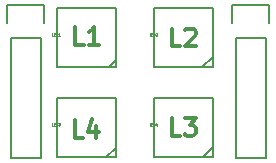
<source format=gbr>
G04 #@! TF.FileFunction,Legend,Top*
%FSLAX46Y46*%
G04 Gerber Fmt 4.6, Leading zero omitted, Abs format (unit mm)*
G04 Created by KiCad (PCBNEW (2015-08-28 BZR 6132, Git 156d5f5)-product) date 9/27/2015 8:45:32 PM*
%MOMM*%
G01*
G04 APERTURE LIST*
%ADD10C,0.100000*%
%ADD11C,0.300000*%
%ADD12C,0.200000*%
%ADD13C,0.150000*%
%ADD14C,0.040640*%
G04 APERTURE END LIST*
D10*
D11*
X143270161Y-112560491D02*
X142555875Y-112560491D01*
X142555875Y-111060491D01*
X144413018Y-111560491D02*
X144413018Y-112560491D01*
X144055875Y-110989063D02*
X143698732Y-112060491D01*
X144627304Y-112060491D01*
X151520081Y-112418251D02*
X150805795Y-112418251D01*
X150805795Y-110918251D01*
X151877224Y-110918251D02*
X152805795Y-110918251D01*
X152305795Y-111489680D01*
X152520081Y-111489680D01*
X152662938Y-111561109D01*
X152734367Y-111632537D01*
X152805795Y-111775394D01*
X152805795Y-112132537D01*
X152734367Y-112275394D01*
X152662938Y-112346823D01*
X152520081Y-112418251D01*
X152091509Y-112418251D01*
X151948652Y-112346823D01*
X151877224Y-112275394D01*
X151520081Y-104818571D02*
X150805795Y-104818571D01*
X150805795Y-103318571D01*
X151948652Y-103461429D02*
X152020081Y-103390000D01*
X152162938Y-103318571D01*
X152520081Y-103318571D01*
X152662938Y-103390000D01*
X152734367Y-103461429D01*
X152805795Y-103604286D01*
X152805795Y-103747143D01*
X152734367Y-103961429D01*
X151877224Y-104818571D01*
X152805795Y-104818571D01*
X143331121Y-104696651D02*
X142616835Y-104696651D01*
X142616835Y-103196651D01*
X144616835Y-104696651D02*
X143759692Y-104696651D01*
X144188264Y-104696651D02*
X144188264Y-103196651D01*
X144045407Y-103410937D01*
X143902549Y-103553794D01*
X143759692Y-103625223D01*
D12*
X154274520Y-113370360D02*
X153436320Y-114208560D01*
X146042380Y-113436400D02*
X145260060Y-114218720D01*
X146042380Y-106004360D02*
X145455640Y-106591100D01*
X153390600Y-106591100D02*
X154284680Y-105697020D01*
D13*
X146043020Y-101604440D02*
X141043020Y-101604440D01*
X141043020Y-101604440D02*
X141043020Y-106604440D01*
X141043020Y-106604440D02*
X146043020Y-106604440D01*
X146043020Y-106604440D02*
X146043020Y-101604440D01*
X154298020Y-101604440D02*
X149298020Y-101604440D01*
X149298020Y-101604440D02*
X149298020Y-106604440D01*
X149298020Y-106604440D02*
X154298020Y-106604440D01*
X154298020Y-106604440D02*
X154298020Y-101604440D01*
X146043020Y-109224440D02*
X141043020Y-109224440D01*
X141043020Y-109224440D02*
X141043020Y-114224440D01*
X141043020Y-114224440D02*
X146043020Y-114224440D01*
X146043020Y-114224440D02*
X146043020Y-109224440D01*
X154298020Y-109224440D02*
X149298020Y-109224440D01*
X149298020Y-109224440D02*
X149298020Y-114224440D01*
X149298020Y-114224440D02*
X154298020Y-114224440D01*
X154298020Y-114224440D02*
X154298020Y-109224440D01*
X136880000Y-102870000D02*
X136880000Y-101320000D01*
X136880000Y-101320000D02*
X139980000Y-101320000D01*
X139980000Y-101320000D02*
X139980000Y-102870000D01*
X139700000Y-104140000D02*
X139700000Y-114300000D01*
X139700000Y-114300000D02*
X137160000Y-114300000D01*
X137160000Y-114300000D02*
X137160000Y-104140000D01*
X139700000Y-104140000D02*
X137160000Y-104140000D01*
X155930000Y-102870000D02*
X155930000Y-101320000D01*
X155930000Y-101320000D02*
X159030000Y-101320000D01*
X159030000Y-101320000D02*
X159030000Y-102870000D01*
X158750000Y-104140000D02*
X158750000Y-114300000D01*
X158750000Y-114300000D02*
X156210000Y-114300000D01*
X156210000Y-114300000D02*
X156210000Y-104140000D01*
X158750000Y-104140000D02*
X156210000Y-104140000D01*
D14*
X140745452Y-103913275D02*
X140649899Y-103913275D01*
X140649899Y-103712615D01*
X140812338Y-103808167D02*
X140879225Y-103808167D01*
X140907891Y-103913275D02*
X140812338Y-103913275D01*
X140812338Y-103712615D01*
X140907891Y-103712615D01*
X140993888Y-103913275D02*
X140993888Y-103712615D01*
X141041664Y-103712615D01*
X141070330Y-103722170D01*
X141089441Y-103741280D01*
X141098996Y-103760391D01*
X141108551Y-103798612D01*
X141108551Y-103827278D01*
X141098996Y-103865499D01*
X141089441Y-103884609D01*
X141070330Y-103903720D01*
X141041664Y-103913275D01*
X140993888Y-103913275D01*
X141299656Y-103913275D02*
X141184993Y-103913275D01*
X141242324Y-103913275D02*
X141242324Y-103712615D01*
X141223214Y-103741280D01*
X141204103Y-103760391D01*
X141184993Y-103769946D01*
X149000452Y-103913275D02*
X148904899Y-103913275D01*
X148904899Y-103712615D01*
X149067338Y-103808167D02*
X149134225Y-103808167D01*
X149162891Y-103913275D02*
X149067338Y-103913275D01*
X149067338Y-103712615D01*
X149162891Y-103712615D01*
X149248888Y-103913275D02*
X149248888Y-103712615D01*
X149296664Y-103712615D01*
X149325330Y-103722170D01*
X149344441Y-103741280D01*
X149353996Y-103760391D01*
X149363551Y-103798612D01*
X149363551Y-103827278D01*
X149353996Y-103865499D01*
X149344441Y-103884609D01*
X149325330Y-103903720D01*
X149296664Y-103913275D01*
X149248888Y-103913275D01*
X149439993Y-103731725D02*
X149449548Y-103722170D01*
X149468659Y-103712615D01*
X149516435Y-103712615D01*
X149535545Y-103722170D01*
X149545101Y-103731725D01*
X149554656Y-103750836D01*
X149554656Y-103769946D01*
X149545101Y-103798612D01*
X149430438Y-103913275D01*
X149554656Y-103913275D01*
X140745452Y-111533275D02*
X140649899Y-111533275D01*
X140649899Y-111332615D01*
X140812338Y-111428167D02*
X140879225Y-111428167D01*
X140907891Y-111533275D02*
X140812338Y-111533275D01*
X140812338Y-111332615D01*
X140907891Y-111332615D01*
X140993888Y-111533275D02*
X140993888Y-111332615D01*
X141041664Y-111332615D01*
X141070330Y-111342170D01*
X141089441Y-111361280D01*
X141098996Y-111380391D01*
X141108551Y-111418612D01*
X141108551Y-111447278D01*
X141098996Y-111485499D01*
X141089441Y-111504609D01*
X141070330Y-111523720D01*
X141041664Y-111533275D01*
X140993888Y-111533275D01*
X141175438Y-111332615D02*
X141299656Y-111332615D01*
X141232769Y-111409057D01*
X141261435Y-111409057D01*
X141280545Y-111418612D01*
X141290101Y-111428167D01*
X141299656Y-111447278D01*
X141299656Y-111495054D01*
X141290101Y-111514164D01*
X141280545Y-111523720D01*
X141261435Y-111533275D01*
X141204103Y-111533275D01*
X141184993Y-111523720D01*
X141175438Y-111514164D01*
X149000452Y-111533275D02*
X148904899Y-111533275D01*
X148904899Y-111332615D01*
X149067338Y-111428167D02*
X149134225Y-111428167D01*
X149162891Y-111533275D02*
X149067338Y-111533275D01*
X149067338Y-111332615D01*
X149162891Y-111332615D01*
X149248888Y-111533275D02*
X149248888Y-111332615D01*
X149296664Y-111332615D01*
X149325330Y-111342170D01*
X149344441Y-111361280D01*
X149353996Y-111380391D01*
X149363551Y-111418612D01*
X149363551Y-111447278D01*
X149353996Y-111485499D01*
X149344441Y-111504609D01*
X149325330Y-111523720D01*
X149296664Y-111533275D01*
X149248888Y-111533275D01*
X149535545Y-111399501D02*
X149535545Y-111533275D01*
X149487769Y-111323060D02*
X149439993Y-111466388D01*
X149564211Y-111466388D01*
D13*
M02*

</source>
